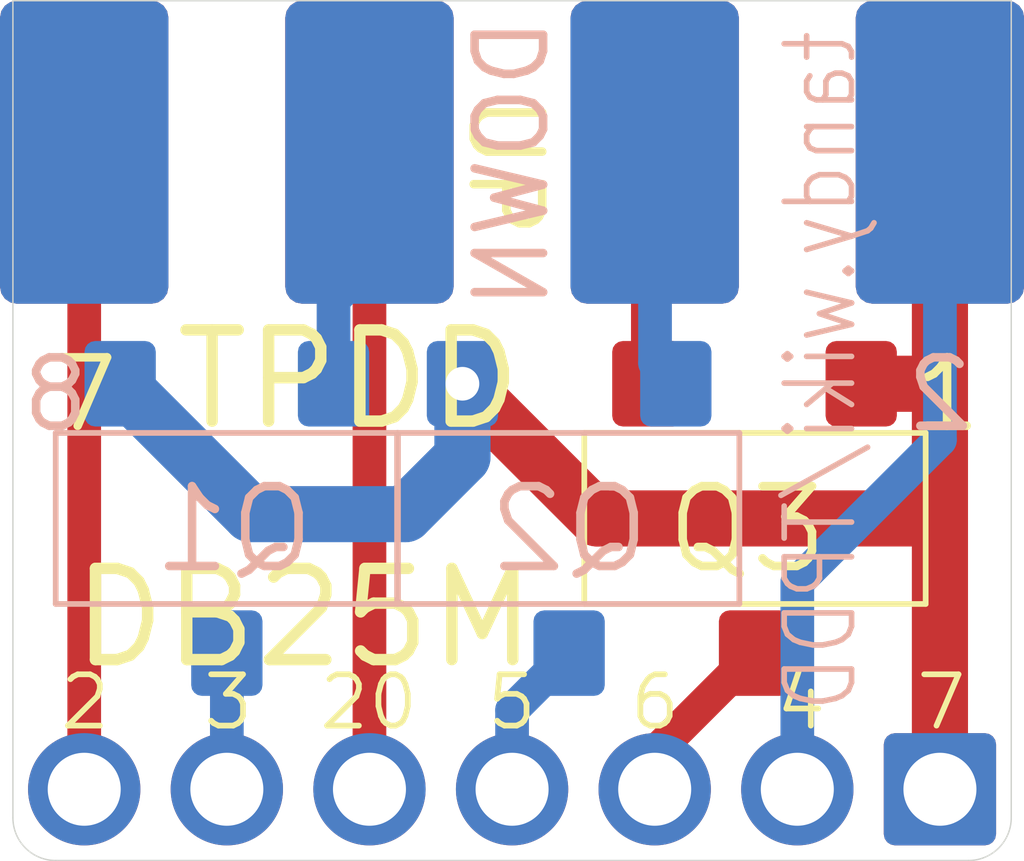
<source format=kicad_pcb>
(kicad_pcb (version 20171130) (host pcbnew 5.1.10-88a1d61d58~88~ubuntu20.10.1)

  (general
    (thickness 1.6)
    (drawings 21)
    (tracks 31)
    (zones 0)
    (modules 5)
    (nets 11)
  )

  (page USLetter)
  (layers
    (0 Top signal)
    (31 Bottom signal)
    (32 B.Adhes user hide)
    (33 F.Adhes user hide)
    (34 B.Paste user hide)
    (35 F.Paste user hide)
    (36 B.SilkS user)
    (37 F.SilkS user)
    (38 B.Mask user hide)
    (39 F.Mask user hide)
    (40 Dwgs.User user hide)
    (41 Cmts.User user hide)
    (42 Eco1.User user hide)
    (43 Eco2.User user hide)
    (44 Edge.Cuts user)
    (45 Margin user hide)
    (46 B.CrtYd user hide)
    (47 F.CrtYd user hide)
    (48 B.Fab user hide)
    (49 F.Fab user hide)
  )

  (setup
    (last_trace_width 0.16)
    (user_trace_width 0.3)
    (user_trace_width 0.5)
    (trace_clearance 0.16)
    (zone_clearance 0.508)
    (zone_45_only no)
    (trace_min 0.16)
    (via_size 0.42)
    (via_drill 0.26)
    (via_min_size 0.42)
    (via_min_drill 0.26)
    (user_via 0.5 0.3)
    (uvia_size 0.42)
    (uvia_drill 0.26)
    (uvias_allowed no)
    (uvia_min_size 0.42)
    (uvia_min_drill 0.26)
    (edge_width 0.0127)
    (segment_width 0.2032)
    (pcb_text_width 0.1524)
    (pcb_text_size 1.2192 1.2192)
    (mod_edge_width 0.0508)
    (mod_text_size 0.6096 0.6096)
    (mod_text_width 0.0508)
    (pad_size 1 1)
    (pad_drill 0.65)
    (pad_to_mask_clearance 0)
    (aux_axis_origin 0 0)
    (grid_origin 144.866 86.9315)
    (visible_elements FFFFFF7F)
    (pcbplotparams
      (layerselection 0x010fc_ffffffff)
      (usegerberextensions false)
      (usegerberattributes false)
      (usegerberadvancedattributes false)
      (creategerberjobfile false)
      (excludeedgelayer true)
      (linewidth 0.100000)
      (plotframeref false)
      (viasonmask false)
      (mode 1)
      (useauxorigin false)
      (hpglpennumber 1)
      (hpglpenspeed 20)
      (hpglpendiameter 15.000000)
      (psnegative false)
      (psa4output false)
      (plotreference true)
      (plotvalue true)
      (plotinvisibletext false)
      (padsonsilk false)
      (subtractmaskfromsilk false)
      (outputformat 1)
      (mirror false)
      (drillshape 1)
      (scaleselection 1)
      (outputdirectory ""))
  )

  (net 0 "")
  (net 1 /RX_232)
  (net 2 /RTS)
  (net 3 /CTS_232)
  (net 4 /DSR_232)
  (net 5 GNDS)
  (net 6 /DTR)
  (net 7 /RX_TTL)
  (net 8 /CTS_TTL)
  (net 9 /DSR_TTL)
  (net 10 /TX)

  (net_class Default "This is the default net class."
    (clearance 0.16)
    (trace_width 0.16)
    (via_dia 0.42)
    (via_drill 0.26)
    (uvia_dia 0.42)
    (uvia_drill 0.26)
    (diff_pair_width 0.16)
    (diff_pair_gap 0.16)
    (add_net /CTS_232)
    (add_net /CTS_TTL)
    (add_net /DSR_232)
    (add_net /DSR_TTL)
    (add_net /DTR)
    (add_net /RTS)
    (add_net /RX_232)
    (add_net /RX_TTL)
    (add_net /TX)
    (add_net GNDS)
  )

  (module 000_LOCAL:2-6-2_tpdd (layer Top) (tedit 608678DD) (tstamp 5D26B713)
    (at 148.803 82.9065)
    (path /5D30AFD8)
    (attr smd)
    (fp_text reference J2 (at -1.27 -0.127 -90 unlocked) (layer F.SilkS) hide
      (effects (font (size 0.6096 0.6096) (thickness 0.0508)))
    )
    (fp_text value TPDD (at -3.81 2.286) (layer F.Fab)
      (effects (font (size 0.4572 0.4572) (thickness 0.00254)))
    )
    (fp_text user 8 (at -7.874 2.159 unlocked) (layer B.SilkS)
      (effects (font (size 0.6096 0.6096) (thickness 0.0762)) (justify mirror))
    )
    (fp_text user 2 (at 0 2.159 unlocked) (layer B.SilkS)
      (effects (font (size 0.6096 0.6096) (thickness 0.0762)) (justify mirror))
    )
    (fp_text user 7 (at -7.62 2.159 unlocked) (layer F.SilkS)
      (effects (font (size 0.6096 0.6096) (thickness 0.0762)))
    )
    (fp_text user 1 (at 0.0635 2.159 unlocked) (layer F.SilkS)
      (effects (font (size 0.6096 0.6096) (thickness 0.0762)))
    )
    (pad 2 smd roundrect (at 0 0) (size 1.5 2.7) (layers Bottom B.Mask) (roundrect_rratio 0.1)
      (net 2 /RTS))
    (pad 4 smd roundrect (at -2.54 0) (size 1.5 2.7) (layers Bottom B.Mask) (roundrect_rratio 0.1)
      (net 8 /CTS_TTL))
    (pad 6 smd roundrect (at -5.08 0) (size 1.5 2.7) (layers Bottom B.Mask) (roundrect_rratio 0.1)
      (net 7 /RX_TTL))
    (pad 8 smd roundrect (at -7.62 0) (size 1.5 2.7) (layers Bottom B.Mask) (roundrect_rratio 0.1))
    (pad 7 smd roundrect (at -7.62 0) (size 1.5 2.7) (layers Top F.Mask) (roundrect_rratio 0.1)
      (net 10 /TX))
    (pad 5 smd roundrect (at -5.08 0) (size 1.5 2.7) (layers Top F.Mask) (roundrect_rratio 0.1)
      (net 6 /DTR))
    (pad 3 smd roundrect (at -2.54 0) (size 1.5 2.7) (layers Top F.Mask) (roundrect_rratio 0.1)
      (net 9 /DSR_TTL))
    (pad 1 smd roundrect (at 0 0) (size 1.5 2.7) (layers Top F.Mask) (roundrect_rratio 0.1)
      (net 5 GNDS))
    (model ${KIPRJMOD}/000_LOCAL.pretty/3dshapes/PinSocket_2x03_P2.54mm_Vertical_2pulled.step
      (offset (xyz -5.08 1.47 2.93))
      (scale (xyz 1 1 1))
      (rotate (xyz 90 180 0))
    )
    (model ${KIPRJMOD}/000_LOCAL.pretty/3dshapes/PinSocket_1x02_P2.54mm_Vertical.step
      (offset (xyz 0 1.47 -2.15))
      (scale (xyz 1 1 1))
      (rotate (xyz 90 0 0))
    )
    (model ${KIPRJMOD}/000_LOCAL.pretty/3dshapes/PinSocket_1x02_P2.54mm_Vertical.step
      (offset (xyz -7.62 1.47 -2.15))
      (scale (xyz 1 1 1))
      (rotate (xyz 90 0 0))
    )
  )

  (module 000_LOCAL:1x7x2mm (layer Top) (tedit 6055714C) (tstamp 5D268FF1)
    (at 146.263 86.8045)
    (descr "Through hole straight pin header, 1x07, 1.27mm pitch, single row")
    (tags "Through hole pin header THT 1x07 1.27mm single row")
    (path /5D2F62A9)
    (fp_text reference J1 (at 0 -1.695) (layer F.SilkS) hide
      (effects (font (size 1 1) (thickness 0.15)))
    )
    (fp_text value Conn_01x07 (at 0 9.315 180 unlocked) (layer F.Fab) hide
      (effects (font (size 1 1) (thickness 0.15)))
    )
    (fp_text user %R (at 0 3.81 90) (layer F.Fab) hide
      (effects (font (size 1 1) (thickness 0.15)))
    )
    (pad 7 thru_hole oval (at -5.08 1.778 270) (size 1 1) (drill 0.65) (layers *.Cu *.Mask)
      (net 10 /TX))
    (pad 6 thru_hole oval (at -3.81 1.778 270) (size 1 1) (drill 0.65) (layers *.Cu *.Mask)
      (net 1 /RX_232))
    (pad 5 thru_hole oval (at -2.54 1.778 270) (size 1 1) (drill 0.65) (layers *.Cu *.Mask)
      (net 6 /DTR))
    (pad 4 thru_hole oval (at -1.27 1.778 270) (size 1 1) (drill 0.65) (layers *.Cu *.Mask)
      (net 3 /CTS_232))
    (pad 3 thru_hole oval (at 0 1.778 270) (size 1 1) (drill 0.65) (layers *.Cu *.Mask)
      (net 4 /DSR_232))
    (pad 2 thru_hole oval (at 1.27 1.778 270) (size 1 1) (drill 0.65) (layers *.Cu *.Mask)
      (net 2 /RTS))
    (pad 1 thru_hole roundrect (at 2.54 1.778 270) (size 1 1) (drill 0.65) (layers *.Cu *.Mask) (roundrect_rratio 0.1)
      (net 5 GNDS))
    (model ${KISYS3DMOD}/Pin_Headers.3dshapes/Pin_Header_Straight_1x07_Pitch1.27mm.wrl
      (at (xyz 0 0 0))
      (scale (xyz 1 1 1))
      (rotate (xyz 0 0 0))
    )
  )

  (module 000_LOCAL:SC-59 (layer Bottom) (tedit 605570B3) (tstamp 5D267BEC)
    (at 142.453 86.1695 270)
    (descr "SC-59, https://lib.chipdip.ru/images/import_diod/original/SOT-23_SC-59.jpg")
    (tags SC-59)
    (path /5D26D98F)
    (attr smd)
    (fp_text reference Q1 (at -0.3175 0.6985 unlocked) (layer B.SilkS)
      (effects (font (size 0.7112 0.7112) (thickness 0.0762)) (justify right top mirror))
    )
    (fp_text value DTA114E (at -1.905 -3.175 90) (layer B.Fab) hide
      (effects (font (size 1.2065 1.2065) (thickness 0.1016)) (justify right top mirror))
    )
    (fp_line (start 0.762 1.524) (end 0.762 -1.516) (layer B.SilkS) (width 0.0508))
    (fp_line (start -0.762 1.524) (end -0.762 -1.516) (layer B.SilkS) (width 0.0508))
    (fp_line (start -0.762 1.524) (end 0.762 1.524) (layer B.SilkS) (width 0.0508))
    (fp_line (start -0.762 -1.516) (end 0.762 -1.516) (layer B.SilkS) (width 0.0508))
    (fp_text user %R (at 0 0) (layer B.Fab) hide
      (effects (font (size 0.5 0.5) (thickness 0.075)) (justify mirror))
    )
    (pad 1 smd roundrect (at -1.2 0.95 270) (size 0.762 0.635) (layers Bottom B.Paste B.Mask) (roundrect_rratio 0.15)
      (net 5 GNDS))
    (pad 2 smd roundrect (at -1.2 -0.95 270) (size 0.762 0.635) (layers Bottom B.Paste B.Mask) (roundrect_rratio 0.15)
      (net 7 /RX_TTL))
    (pad 3 smd roundrect (at 1.2 0 270) (size 0.762 0.635) (layers Bottom B.Paste B.Mask) (roundrect_rratio 0.15)
      (net 1 /RX_232))
    (model ${KIPRJMOD}/000_LOCAL.pretty/3dshapes/SC-59.step
      (at (xyz 0 0 0))
      (scale (xyz 1 1 1))
      (rotate (xyz 0 0 0))
    )
  )

  (module 000_LOCAL:SC-59 (layer Bottom) (tedit 605570B3) (tstamp 5D267B49)
    (at 145.501 86.1695 270)
    (descr "SC-59, https://lib.chipdip.ru/images/import_diod/original/SOT-23_SC-59.jpg")
    (tags SC-59)
    (path /5D27D76F)
    (attr smd)
    (fp_text reference Q2 (at -0.3175 0.762 unlocked) (layer B.SilkS)
      (effects (font (size 0.7112 0.7112) (thickness 0.0762)) (justify right top mirror))
    )
    (fp_text value DTA114E (at -1.905 -3.175 90) (layer B.Fab) hide
      (effects (font (size 1.2065 1.2065) (thickness 0.1016)) (justify right top mirror))
    )
    (fp_line (start 0.762 1.524) (end 0.762 -1.516) (layer B.SilkS) (width 0.0508))
    (fp_line (start -0.762 1.524) (end -0.762 -1.516) (layer B.SilkS) (width 0.0508))
    (fp_line (start -0.762 1.524) (end 0.762 1.524) (layer B.SilkS) (width 0.0508))
    (fp_line (start -0.762 -1.516) (end 0.762 -1.516) (layer B.SilkS) (width 0.0508))
    (fp_text user %R (at 0 0) (layer B.Fab) hide
      (effects (font (size 0.5 0.5) (thickness 0.075)) (justify mirror))
    )
    (pad 1 smd roundrect (at -1.2 0.95 270) (size 0.762 0.635) (layers Bottom B.Paste B.Mask) (roundrect_rratio 0.15)
      (net 5 GNDS))
    (pad 2 smd roundrect (at -1.2 -0.95 270) (size 0.762 0.635) (layers Bottom B.Paste B.Mask) (roundrect_rratio 0.15)
      (net 8 /CTS_TTL))
    (pad 3 smd roundrect (at 1.2 0 270) (size 0.762 0.635) (layers Bottom B.Paste B.Mask) (roundrect_rratio 0.15)
      (net 3 /CTS_232))
    (model ${KIPRJMOD}/000_LOCAL.pretty/3dshapes/SC-59.step
      (at (xyz 0 0 0))
      (scale (xyz 1 1 1))
      (rotate (xyz 0 0 0))
    )
  )

  (module 000_LOCAL:SC-59 (layer Top) (tedit 605570B3) (tstamp 5D2673BD)
    (at 147.152 86.1695 270)
    (descr "SC-59, https://lib.chipdip.ru/images/import_diod/original/SOT-23_SC-59.jpg")
    (tags SC-59)
    (path /5D27E90F)
    (attr smd)
    (fp_text reference Q3 (at -0.3175 0.8255 unlocked) (layer F.SilkS)
      (effects (font (size 0.7112 0.7112) (thickness 0.0762)) (justify left top))
    )
    (fp_text value DTA114E (at -1.905 3.175 270) (layer F.Fab) hide
      (effects (font (size 1.2065 1.2065) (thickness 0.1016)) (justify right top))
    )
    (fp_line (start 0.762 -1.524) (end 0.762 1.516) (layer F.SilkS) (width 0.0508))
    (fp_line (start -0.762 -1.524) (end -0.762 1.516) (layer F.SilkS) (width 0.0508))
    (fp_line (start -0.762 -1.524) (end 0.762 -1.524) (layer F.SilkS) (width 0.0508))
    (fp_line (start -0.762 1.516) (end 0.762 1.516) (layer F.SilkS) (width 0.0508))
    (fp_text user %R (at 0 0) (layer F.Fab) hide
      (effects (font (size 0.5 0.5) (thickness 0.075)))
    )
    (pad 1 smd roundrect (at -1.2 -0.95 270) (size 0.762 0.635) (layers Top F.Paste F.Mask) (roundrect_rratio 0.15)
      (net 5 GNDS))
    (pad 2 smd roundrect (at -1.2 0.95 270) (size 0.762 0.635) (layers Top F.Paste F.Mask) (roundrect_rratio 0.15)
      (net 9 /DSR_TTL))
    (pad 3 smd roundrect (at 1.2 0 270) (size 0.762 0.635) (layers Top F.Paste F.Mask) (roundrect_rratio 0.15)
      (net 4 /DSR_232))
    (model ${KIPRJMOD}/000_LOCAL.pretty/3dshapes/SC-59.step
      (at (xyz 0 0 0))
      (scale (xyz 1 1 1))
      (rotate (xyz 0 0 0))
    )
  )

  (gr_arc (start 149.057 88.8365) (end 149.057 89.2175) (angle -90) (layer Edge.Cuts) (width 0.0127))
  (gr_arc (start 140.929 88.8365) (end 140.548 88.8365) (angle -90) (layer Edge.Cuts) (width 0.0127))
  (gr_line (start 149.438 88.8365) (end 149.438 81.5565) (layer Edge.Cuts) (width 0.0127) (tstamp 6056045A))
  (gr_line (start 149.057 89.2175) (end 140.929 89.2175) (layer Edge.Cuts) (width 0.0127) (tstamp 5D26A12D))
  (gr_line (start 140.548 88.8365) (end 140.548 81.5565) (layer Edge.Cuts) (width 0.0127) (tstamp 5D26A12C))
  (gr_line (start 140.548 81.5565) (end 149.438 81.5565) (layer Edge.Cuts) (width 0.0127))
  (gr_text DB25M (at 143.141 87.0565) (layer F.SilkS)
    (effects (font (size 0.8128 0.8128) (thickness 0.1016)))
  )
  (gr_text tandy.wiki/TPDD (at 147.741 84.8565 -270) (layer B.SilkS)
    (effects (font (size 0.6 0.5) (thickness 0.05)) (justify mirror))
  )
  (gr_text DOWN (at 144.991 83.0065 -270) (layer B.SilkS) (tstamp 5D268CA3)
    (effects (font (size 0.6096 0.6096) (thickness 0.0762)) (justify mirror))
  )
  (gr_text 4 (at 147.566 87.8065) (layer F.SilkS) (tstamp 5D268C6F)
    (effects (font (size 0.4572 0.4572) (thickness 0.0508)))
  )
  (gr_text 5 (at 144.991 87.8065) (layer F.SilkS) (tstamp 5D268C56)
    (effects (font (size 0.4572 0.4572) (thickness 0.0508)))
  )
  (gr_text 3 (at 142.466 87.8065) (layer F.SilkS)
    (effects (font (size 0.4572 0.4572) (thickness 0.0508)))
  )
  (gr_text 2 (at 141.191 87.8065) (layer F.SilkS) (tstamp 5F2FAA40)
    (effects (font (size 0.4572 0.4572) (thickness 0.0508)))
  )
  (gr_text 20 (at 143.716 87.8065) (layer F.SilkS) (tstamp 5D268AC8)
    (effects (font (size 0.4572 0.4572) (thickness 0.0508)))
  )
  (gr_text 6 (at 146.266 87.8065) (layer F.SilkS) (tstamp 5D268AC5)
    (effects (font (size 0.4572 0.4572) (thickness 0.0508)))
  )
  (gr_text 7 (at 148.816 87.8065) (layer F.SilkS)
    (effects (font (size 0.4572 0.4572) (thickness 0.0508)))
  )
  (gr_text TPDD (at 143.541 84.9315) (layer F.SilkS) (tstamp 5D268A2F)
    (effects (font (size 0.8128 0.8128) (thickness 0.1016)))
  )
  (gr_text UP (at 144.9295 83.0315 -90) (layer F.SilkS) (tstamp 5D268A1C)
    (effects (font (size 0.6096 0.6096) (thickness 0.0762)))
  )
  (gr_line (start 134.9629 100.2411) (end 154.7749 100.2411) (layer Dwgs.User) (width 0.1) (tstamp 5D238491))
  (gr_line (start 127.0889 89.4461) (end 134.9629 100.2411) (layer Dwgs.User) (width 0.1) (tstamp 5D238494))
  (gr_line (start 162.6489 89.4461) (end 154.7749 100.2411) (layer Dwgs.User) (width 0.1) (tstamp 5D23848E))

  (segment (start 142.453 87.3695) (end 142.453 88.5825) (width 0.3) (layer Bottom) (net 1))
  (segment (start 148.803 85.4695) (end 148.803 82.9065) (width 0.3) (layer Bottom) (net 2))
  (segment (start 147.533 86.7395) (end 148.803 85.4695) (width 0.3) (layer Bottom) (net 2))
  (segment (start 147.533 88.5825) (end 147.533 86.7395) (width 0.3) (layer Bottom) (net 2))
  (segment (start 144.993 87.8775) (end 144.993 88.5825) (width 0.3) (layer Bottom) (net 3))
  (segment (start 145.501 87.3695) (end 144.993 87.8775) (width 0.3) (layer Bottom) (net 3))
  (segment (start 146.263 88.2585) (end 146.263 88.5825) (width 0.3) (layer Top) (net 4))
  (segment (start 147.152 87.3695) (end 146.263 88.2585) (width 0.3) (layer Top) (net 4))
  (segment (start 148.102 84.9695) (end 148.733 84.9695) (width 0.5) (layer Top) (net 5))
  (segment (start 148.733 84.9695) (end 148.803 84.8995) (width 0.4064) (layer Top) (net 5))
  (segment (start 144.551 84.9695) (end 144.551 84.9695) (width 0.5) (layer Bottom) (net 5))
  (segment (start 148.803 88.5825) (end 148.803 86.1695) (width 0.5) (layer Top) (net 5))
  (segment (start 148.803 86.1695) (end 148.803 84.8995) (width 0.5) (layer Top) (net 5))
  (via (at 144.551 84.9695) (size 0.5) (drill 0.3) (layers Top Bottom) (net 5) (status 1000000))
  (segment (start 145.751 86.1695) (end 148.803 86.1695) (width 0.5) (layer Top) (net 5))
  (segment (start 144.551 84.9695) (end 145.751 86.1695) (width 0.5) (layer Top) (net 5))
  (segment (start 142.665 86.1315) (end 141.503 84.9695) (width 0.5) (layer Bottom) (net 5))
  (segment (start 144.041 86.1315) (end 142.665 86.1315) (width 0.5) (layer Bottom) (net 5))
  (segment (start 144.551 85.6215) (end 144.041 86.1315) (width 0.5) (layer Bottom) (net 5))
  (segment (start 144.551 84.9695) (end 144.551 85.6215) (width 0.5) (layer Bottom) (net 5))
  (segment (start 148.803 82.9065) (end 148.803 84.8995) (width 0.5) (layer Top) (net 5))
  (segment (start 143.723 82.9065) (end 143.723 88.5825) (width 0.3) (layer Top) (net 6))
  (segment (start 143.403 84.2195) (end 143.403 84.9695) (width 0.3) (layer Bottom) (net 7))
  (segment (start 143.723 83.8995) (end 143.403 84.2195) (width 0.3) (layer Bottom) (net 7))
  (segment (start 143.723 82.9065) (end 143.723 83.8995) (width 0.3) (layer Bottom) (net 7))
  (segment (start 146.266 84.7845) (end 146.266 82.9065) (width 0.3) (layer Bottom) (net 8))
  (segment (start 146.451 84.9695) (end 146.266 84.7845) (width 0.3) (layer Bottom) (net 8))
  (segment (start 146.263 84.1095) (end 146.202 84.1705) (width 0.3) (layer Top) (net 9))
  (segment (start 146.202 84.1705) (end 146.202 84.9695) (width 0.3) (layer Top) (net 9))
  (segment (start 146.263 82.9065) (end 146.263 84.1095) (width 0.3) (layer Top) (net 9))
  (segment (start 141.183 82.9065) (end 141.183 88.5825) (width 0.3) (layer Top) (net 10))

)

</source>
